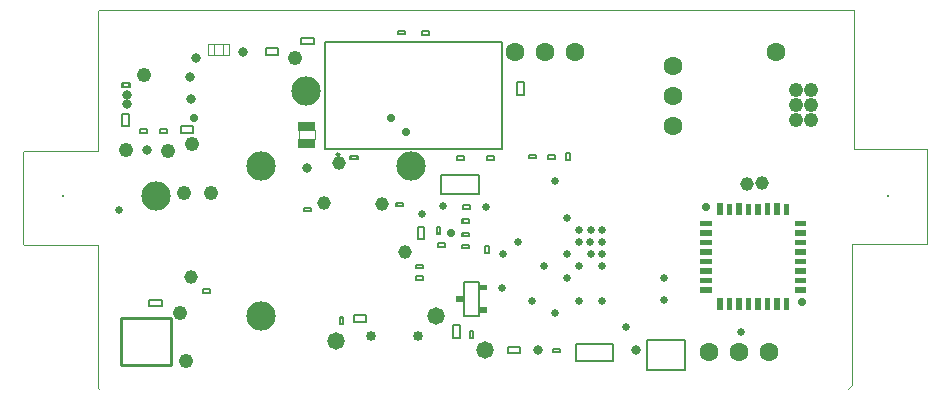
<source format=gbs>
G04 Layer_Color=16711935*
%FSLAX24Y24*%
%MOIN*%
G70*
G01*
G75*
%ADD40C,0.0060*%
%ADD41C,0.0100*%
%ADD45C,0.0080*%
%ADD46C,0.0094*%
%ADD47C,0.0050*%
%ADD48C,0.0040*%
%ADD49C,0.0010*%
%ADD50C,0.0000*%
%ADD112C,0.0980*%
%ADD113C,0.0080*%
%ADD114C,0.0336*%
%ADD115C,0.0580*%
%ADD116C,0.0630*%
%ADD117C,0.0480*%
%ADD118C,0.0330*%
%ADD119C,0.0460*%
%ADD120C,0.0260*%
%ADD121C,0.0280*%
G36*
X-14311Y4081D02*
X-14351D01*
Y4160D01*
X-14311D01*
Y4081D01*
D02*
G37*
G36*
X-14509D02*
X-14548D01*
Y4160D01*
X-14509D01*
Y4081D01*
D02*
G37*
G36*
X-4690Y4193D02*
X-5084D01*
Y4372D01*
X-4690D01*
Y4193D01*
D02*
G37*
G36*
Y4507D02*
X-5084D01*
Y4688D01*
X-4690D01*
Y4507D01*
D02*
G37*
G36*
X-1540Y4193D02*
X-1929D01*
Y4372D01*
X-1540D01*
Y4193D01*
D02*
G37*
G36*
X-14519Y3701D02*
X-14558D01*
Y3780D01*
X-14519D01*
Y3701D01*
D02*
G37*
G36*
X-1540Y3563D02*
X-1927D01*
Y3741D01*
X-1540D01*
Y3563D01*
D02*
G37*
G36*
X-14321Y3701D02*
X-14361D01*
Y3780D01*
X-14321D01*
Y3701D01*
D02*
G37*
G36*
X-1540Y3878D02*
X-1926D01*
Y4057D01*
X-1540D01*
Y3878D01*
D02*
G37*
G36*
X-4690D02*
X-5084D01*
Y4057D01*
X-4690D01*
Y3878D01*
D02*
G37*
G36*
X-1540Y4507D02*
X-1925D01*
Y4688D01*
X-1540D01*
Y4507D01*
D02*
G37*
G36*
X-4690Y4822D02*
X-5085D01*
Y5004D01*
X-4690D01*
Y4822D01*
D02*
G37*
G36*
X-13582Y4790D02*
X-13621D01*
Y4869D01*
X-13582D01*
Y4790D01*
D02*
G37*
G36*
X-1540Y4822D02*
X-1929D01*
Y5003D01*
X-1540D01*
Y4822D01*
D02*
G37*
G36*
Y5137D02*
X-1927D01*
Y5319D01*
X-1540D01*
Y5137D01*
D02*
G37*
G36*
X-4690D02*
X-5083D01*
Y5318D01*
X-4690D01*
Y5137D01*
D02*
G37*
G36*
X-12989Y4741D02*
X-13028D01*
Y4820D01*
X-12989D01*
Y4741D01*
D02*
G37*
G36*
X-12141Y4552D02*
X-12220D01*
Y4591D01*
X-12141D01*
Y4552D01*
D02*
G37*
G36*
X-12791Y4741D02*
X-12831D01*
Y4820D01*
X-12791D01*
Y4741D01*
D02*
G37*
G36*
X-13779Y4790D02*
X-13819D01*
Y4869D01*
X-13779D01*
Y4790D01*
D02*
G37*
G36*
X-12141Y4749D02*
X-12220D01*
Y4789D01*
X-12141D01*
Y4749D01*
D02*
G37*
G36*
X-4690Y3563D02*
X-5085D01*
Y3741D01*
X-4690D01*
Y3563D01*
D02*
G37*
G36*
X-12192Y2573D02*
X-12423D01*
Y2754D01*
X-12192D01*
Y2573D01*
D02*
G37*
G36*
X-17001Y2379D02*
X-17080D01*
Y2419D01*
X-17001D01*
Y2379D01*
D02*
G37*
G36*
X-4322Y2670D02*
X-4503D01*
Y3059D01*
X-4322D01*
Y2670D01*
D02*
G37*
G36*
X-3692D02*
X-3874D01*
Y3056D01*
X-3692D01*
Y2670D01*
D02*
G37*
G36*
X-4007D02*
X-4190D01*
Y3056D01*
X-4007D01*
Y2670D01*
D02*
G37*
G36*
X-9742Y1280D02*
X-9781D01*
Y1359D01*
X-9742D01*
Y1280D01*
D02*
G37*
G36*
X-9939Y1280D02*
X-9979D01*
Y1359D01*
X-9939D01*
Y1280D01*
D02*
G37*
G36*
X-12661Y1722D02*
X-12740D01*
Y1761D01*
X-12661D01*
Y1722D01*
D02*
G37*
G36*
X-17001Y2182D02*
X-17080D01*
Y2221D01*
X-17001D01*
Y2182D01*
D02*
G37*
G36*
X-12661Y1919D02*
X-12740D01*
Y1958D01*
X-12661D01*
Y1919D01*
D02*
G37*
G36*
X-3377Y2670D02*
X-3558D01*
Y3056D01*
X-3377D01*
Y2670D01*
D02*
G37*
G36*
X-1540Y3248D02*
X-1926D01*
Y3425D01*
X-1540D01*
Y3248D01*
D02*
G37*
G36*
X-4690D02*
X-5086D01*
Y3424D01*
X-4690D01*
Y3248D01*
D02*
G37*
G36*
X-21609Y3261D02*
X-21648D01*
Y3340D01*
X-21609D01*
Y3261D01*
D02*
G37*
G36*
X-12192Y3315D02*
X-12423D01*
Y3494D01*
X-12192D01*
Y3315D01*
D02*
G37*
G36*
X-21412Y3261D02*
X-21451D01*
Y3340D01*
X-21412D01*
Y3261D01*
D02*
G37*
G36*
X-2748Y2670D02*
X-2927D01*
Y3056D01*
X-2748D01*
Y2670D01*
D02*
G37*
G36*
X-3063D02*
X-3242D01*
Y3057D01*
X-3063D01*
Y2670D01*
D02*
G37*
G36*
X-2433D02*
X-2611D01*
Y3057D01*
X-2433D01*
Y2670D01*
D02*
G37*
G36*
X-12983Y2944D02*
X-12984D01*
Y2944D01*
X-12984D01*
Y2944D01*
X-12984D01*
Y2944D01*
X-12984D01*
Y2944D01*
X-12984D01*
Y2944D01*
X-13213D01*
Y2944D01*
Y2944D01*
Y2944D01*
Y3124D01*
X-12983D01*
Y2944D01*
D02*
G37*
G36*
X-2118Y2670D02*
X-2295D01*
Y3056D01*
X-2118D01*
Y2670D01*
D02*
G37*
G36*
X-12969Y5141D02*
X-13008D01*
Y5220D01*
X-12969D01*
Y5141D01*
D02*
G37*
G36*
X-9909Y7731D02*
X-9948D01*
Y7810D01*
X-9909D01*
Y7731D01*
D02*
G37*
G36*
X-10106D02*
X-10145D01*
Y7810D01*
X-10106D01*
Y7731D01*
D02*
G37*
G36*
X-10746Y7741D02*
X-10785D01*
Y7820D01*
X-10746D01*
Y7741D01*
D02*
G37*
G36*
X-17904Y8075D02*
X-18476D01*
Y8370D01*
X-17904D01*
Y8075D01*
D02*
G37*
G36*
X-10549Y7741D02*
X-10588D01*
Y7820D01*
X-10549D01*
Y7741D01*
D02*
G37*
G36*
X-12952Y7700D02*
X-12991D01*
Y7779D01*
X-12952D01*
Y7700D01*
D02*
G37*
G36*
X-12146Y7700D02*
X-12186D01*
Y7779D01*
X-12146D01*
Y7700D01*
D02*
G37*
G36*
X-11949Y7700D02*
X-11988D01*
Y7779D01*
X-11949D01*
Y7700D01*
D02*
G37*
G36*
X-16502Y7710D02*
X-16541D01*
Y7789D01*
X-16502D01*
Y7710D01*
D02*
G37*
G36*
X-16698Y7710D02*
X-16738D01*
Y7789D01*
X-16698D01*
Y7710D01*
D02*
G37*
G36*
X-23719Y8601D02*
X-23758D01*
Y8680D01*
X-23719D01*
Y8601D01*
D02*
G37*
G36*
X-14319Y11861D02*
X-14358D01*
Y11940D01*
X-14319D01*
Y11861D01*
D02*
G37*
G36*
X-24102Y10121D02*
X-24141D01*
Y10200D01*
X-24102D01*
Y10121D01*
D02*
G37*
G36*
X-14121Y11861D02*
X-14161D01*
Y11940D01*
X-14121D01*
Y11861D01*
D02*
G37*
G36*
X-14912Y11870D02*
X-14951D01*
Y11949D01*
X-14912D01*
Y11870D01*
D02*
G37*
G36*
X-15109Y11870D02*
X-15149D01*
Y11949D01*
X-15109D01*
Y11870D01*
D02*
G37*
G36*
X-23049Y8601D02*
X-23088D01*
Y8680D01*
X-23049D01*
Y8601D01*
D02*
G37*
G36*
X-23522D02*
X-23561D01*
Y8680D01*
X-23522D01*
Y8601D01*
D02*
G37*
G36*
X-22851D02*
X-22891D01*
Y8680D01*
X-22851D01*
Y8601D01*
D02*
G37*
G36*
X-24299Y10121D02*
X-24338D01*
Y10200D01*
X-24299D01*
Y10121D01*
D02*
G37*
G36*
X-17904Y8645D02*
X-18475D01*
Y8940D01*
X-17904D01*
Y8645D01*
D02*
G37*
G36*
X-13149Y7700D02*
X-13189D01*
Y7779D01*
X-13149D01*
Y7700D01*
D02*
G37*
G36*
X-12772Y5601D02*
X-12811D01*
Y5680D01*
X-12772D01*
Y5601D01*
D02*
G37*
G36*
X-12969D02*
X-13008D01*
Y5680D01*
X-12969D01*
Y5601D01*
D02*
G37*
G36*
X-4322Y5820D02*
X-4506D01*
Y6215D01*
X-4322D01*
Y5820D01*
D02*
G37*
G36*
X-3692D02*
X-3874D01*
Y6215D01*
X-3692D01*
Y5820D01*
D02*
G37*
G36*
X-4007D02*
X-4189D01*
Y6213D01*
X-4007D01*
Y5820D01*
D02*
G37*
G36*
X-13771Y5212D02*
X-13850D01*
Y5251D01*
X-13771D01*
Y5212D01*
D02*
G37*
G36*
X-12771Y5141D02*
X-12811D01*
Y5220D01*
X-12771D01*
Y5141D01*
D02*
G37*
G36*
X-13771Y5409D02*
X-13850D01*
Y5449D01*
X-13771D01*
Y5409D01*
D02*
G37*
G36*
X-1540Y5452D02*
X-1927D01*
Y5635D01*
X-1540D01*
Y5452D01*
D02*
G37*
G36*
X-4690D02*
X-5086D01*
Y5636D01*
X-4690D01*
Y5452D01*
D02*
G37*
G36*
X-3377Y5820D02*
X-3558D01*
Y6214D01*
X-3377D01*
Y5820D01*
D02*
G37*
G36*
X-12959Y6061D02*
X-12998D01*
Y6140D01*
X-12959D01*
Y6061D01*
D02*
G37*
G36*
X-18052Y5980D02*
X-18091D01*
Y6059D01*
X-18052D01*
Y5980D01*
D02*
G37*
G36*
X-12761Y6061D02*
X-12801D01*
Y6140D01*
X-12761D01*
Y6061D01*
D02*
G37*
G36*
X-14972Y6141D02*
X-15012D01*
Y6220D01*
X-14972D01*
Y6141D01*
D02*
G37*
G36*
X-15169D02*
X-15208D01*
Y6220D01*
X-15169D01*
Y6141D01*
D02*
G37*
G36*
X-2748Y5820D02*
X-2927D01*
Y6215D01*
X-2748D01*
Y5820D01*
D02*
G37*
G36*
X-3063D02*
X-3242D01*
Y6213D01*
X-3063D01*
Y5820D01*
D02*
G37*
G36*
X-2433D02*
X-2611D01*
Y6216D01*
X-2433D01*
Y5820D01*
D02*
G37*
G36*
X-18249Y5980D02*
X-18289D01*
Y6059D01*
X-18249D01*
Y5980D01*
D02*
G37*
G36*
X-2118Y5820D02*
X-2297D01*
Y6211D01*
X-2118D01*
Y5820D01*
D02*
G37*
D40*
X-12963Y2474D02*
Y3594D01*
Y2474D02*
X-12443D01*
Y3594D01*
X-12963D02*
X-12443D01*
D41*
X-24394Y2397D02*
X-22720D01*
X-24394Y823D02*
Y2397D01*
Y823D02*
X-22720D01*
Y2397D01*
D45*
X-9558Y7909D02*
X-9420D01*
X-9558Y7653D02*
Y7909D01*
Y7653D02*
X-9420D01*
Y7909D01*
D46*
X-17112Y7851D02*
G03*
X-17112Y7851I-47J0D01*
G01*
D47*
X-18379Y11520D02*
Y11740D01*
X-17961D01*
Y11520D02*
Y11740D01*
X-18379Y11520D02*
X-17961D01*
X-11170Y9831D02*
X-10950D01*
X-11170D02*
Y10249D01*
X-10950D01*
Y9831D02*
Y10249D01*
X-12772Y5581D02*
Y5699D01*
X-13008D02*
X-12772D01*
X-13008Y5581D02*
Y5699D01*
Y5581D02*
X-12772D01*
X-12759Y1958D02*
X-12641D01*
X-12759Y1722D02*
Y1958D01*
Y1722D02*
X-12641D01*
Y1958D01*
X-14490Y5438D02*
X-14270D01*
Y5021D02*
Y5438D01*
X-14490Y5021D02*
X-14270D01*
X-14490D02*
Y5438D01*
X-12792Y4721D02*
Y4839D01*
X-13028D02*
X-12792D01*
X-13028Y4721D02*
Y4839D01*
Y4721D02*
X-12792D01*
X-13008Y5121D02*
X-12772D01*
X-13008D02*
Y5239D01*
X-12772D01*
Y5121D02*
Y5239D01*
X-16981Y2182D02*
Y2418D01*
X-17099Y2182D02*
X-16981D01*
X-17099D02*
Y2418D01*
X-16981D01*
X-16629Y2490D02*
X-16212D01*
X-16629Y2270D02*
Y2490D01*
Y2270D02*
X-16212D01*
Y2490D01*
X-24102Y10101D02*
Y10219D01*
X-24338D02*
X-24102D01*
X-24338Y10101D02*
Y10219D01*
Y10101D02*
X-24102D01*
X-24340Y8791D02*
X-24120D01*
X-24340D02*
Y9209D01*
X-24120D01*
Y8791D02*
Y9209D01*
X-23088Y8581D02*
X-22852D01*
X-23088D02*
Y8699D01*
X-22852D01*
Y8581D02*
Y8699D01*
X-23758Y8581D02*
X-23522D01*
X-23758D02*
Y8699D01*
X-23522D01*
Y8581D02*
Y8699D01*
X-19558Y11170D02*
X-19141D01*
Y11390D01*
X-19558D02*
X-19141D01*
X-19558Y11170D02*
Y11390D01*
X-22399Y8790D02*
X-21981D01*
X-22399Y8570D02*
Y8790D01*
Y8570D02*
X-21981D01*
Y8790D01*
X-15148Y11969D02*
X-14912D01*
Y11851D02*
Y11969D01*
X-15148Y11851D02*
X-14912D01*
X-15148D02*
Y11969D01*
X-16738Y7691D02*
Y7809D01*
Y7691D02*
X-16502D01*
Y7809D01*
X-16738D02*
X-16502D01*
X-13188Y7681D02*
Y7799D01*
Y7681D02*
X-12952D01*
Y7799D01*
X-13188D02*
X-12952D01*
X-23448Y2790D02*
X-23031D01*
Y3010D01*
X-23448D02*
X-23031D01*
X-23448Y2790D02*
Y3010D01*
X-17593Y8048D02*
Y11592D01*
X-11687D01*
Y8048D02*
Y11592D01*
X-17593Y8048D02*
X-11687D01*
X-14358Y11841D02*
X-14122D01*
X-14358D02*
Y11959D01*
X-14122D01*
Y11841D02*
Y11959D01*
X-11498Y1220D02*
X-11081D01*
Y1440D01*
X-11498D02*
X-11081D01*
X-11498Y1220D02*
Y1440D01*
X-12185Y7799D02*
X-11949D01*
Y7681D02*
Y7799D01*
X-12185Y7681D02*
X-11949D01*
X-12185D02*
Y7799D01*
X-13751Y5212D02*
Y5448D01*
X-13869Y5212D02*
X-13751D01*
X-13869D02*
Y5448D01*
X-13751D01*
X-13320Y1741D02*
X-13100D01*
X-13320D02*
Y2159D01*
X-13100D01*
Y1741D02*
Y2159D01*
X-12762Y6041D02*
Y6159D01*
X-12998D02*
X-12762D01*
X-12998Y6041D02*
Y6159D01*
Y6041D02*
X-12762D01*
X-13818Y4771D02*
Y4889D01*
Y4771D02*
X-13582D01*
Y4889D01*
X-13818D02*
X-13582D01*
X-21412Y3241D02*
Y3359D01*
X-21648D02*
X-21412D01*
X-21648Y3241D02*
Y3359D01*
Y3241D02*
X-21412D01*
X-14558Y3681D02*
X-14322D01*
X-14558D02*
Y3799D01*
X-14322D01*
Y3681D02*
Y3799D01*
X-14548Y4061D02*
X-14312D01*
X-14548D02*
Y4179D01*
X-14312D01*
Y4061D02*
Y4179D01*
X-9978Y1261D02*
Y1379D01*
Y1261D02*
X-9742D01*
Y1379D01*
X-9978D02*
X-9742D01*
X-9909Y7711D02*
Y7829D01*
X-10145D02*
X-9909D01*
X-10145Y7711D02*
Y7829D01*
Y7711D02*
X-9909D01*
X-9232Y1545D02*
X-7972D01*
Y955D02*
Y1545D01*
X-9232Y955D02*
X-7972D01*
X-9232D02*
Y1545D01*
X-18288Y5961D02*
Y6079D01*
Y5961D02*
X-18052D01*
Y6079D01*
X-18288D02*
X-18052D01*
X-14972Y6121D02*
Y6239D01*
X-15208D02*
X-14972D01*
X-15208Y6121D02*
Y6239D01*
Y6121D02*
X-14972D01*
X-13715Y6525D02*
Y7155D01*
Y6525D02*
X-12455D01*
Y7155D01*
X-13715D02*
X-12455D01*
X-10785Y7721D02*
X-10549D01*
X-10785D02*
Y7839D01*
X-10549D01*
Y7721D02*
Y7839D01*
X-6840Y668D02*
X-5580D01*
X-6840D02*
Y1652D01*
X-5580D01*
Y668D02*
Y1652D01*
X-12239Y4788D02*
X-12121D01*
X-12239Y4552D02*
Y4788D01*
Y4552D02*
X-12121D01*
Y4788D01*
D48*
X-18450Y8360D02*
Y8650D01*
X-17930Y8360D02*
Y8660D01*
D49*
X-27610Y4820D02*
X-25160D01*
Y70D02*
Y4820D01*
X-10Y4870D02*
X2490D01*
Y8020D01*
X40D02*
X2490D01*
X40D02*
Y12670D01*
X-27660Y4870D02*
X-27610Y4820D01*
X-27660Y4870D02*
Y7930D01*
X-27620Y7970D01*
X-25190D01*
X-25160D01*
Y12620D01*
X-25110Y12670D02*
X40D01*
X-10Y170D02*
Y4870D01*
X-160Y20D02*
X-10Y170D01*
X-25160Y70D02*
X-25110Y20D01*
X-25160Y12620D02*
X-25110Y12670D01*
D50*
X-21290Y11160D02*
Y11540D01*
X-21480D02*
X-21290D01*
X-21480Y11160D02*
X-21290D01*
X-20990D02*
Y11540D01*
Y11160D02*
X-20800D01*
X-20990Y11540D02*
X-20800D01*
X-21290Y11160D02*
X-20990D01*
X-20800D02*
Y11540D01*
X-21290D02*
X-20990D01*
X-21480Y11160D02*
Y11540D01*
D112*
X-19710Y7460D02*
D03*
X-23210Y6460D02*
D03*
X-19710Y2460D02*
D03*
X-18210Y9960D02*
D03*
X-14710Y7460D02*
D03*
D113*
X-26320Y6460D02*
D03*
X1180D02*
D03*
D114*
X-16067Y1806D02*
D03*
X-14493D02*
D03*
D115*
X-12250Y1340D02*
D03*
X-13880Y2480D02*
D03*
X-17210Y1640D02*
D03*
D116*
X-11250Y11250D02*
D03*
X-10250D02*
D03*
X-9250D02*
D03*
X-6000Y10800D02*
D03*
Y9800D02*
D03*
Y8800D02*
D03*
X-4800Y1250D02*
D03*
X-3800D02*
D03*
X-2550Y11250D02*
D03*
X-2800Y1250D02*
D03*
D117*
X-1900Y10000D02*
D03*
X-1400D02*
D03*
Y9500D02*
D03*
Y9000D02*
D03*
X-1900D02*
D03*
Y9500D02*
D03*
X-18570Y11080D02*
D03*
X-21380Y6570D02*
D03*
X-24220Y8010D02*
D03*
X-22830Y7980D02*
D03*
X-22280Y6570D02*
D03*
X-22430Y2560D02*
D03*
X-22230Y970D02*
D03*
X-22010Y8190D02*
D03*
X-23610Y10510D02*
D03*
D118*
X-18200Y7400D02*
D03*
X-10490Y1330D02*
D03*
X-7220D02*
D03*
X-23510Y7990D02*
D03*
X-22090Y10420D02*
D03*
X-24170Y9520D02*
D03*
Y9830D02*
D03*
X-21880Y11070D02*
D03*
X-20320Y11280D02*
D03*
X-22043Y9683D02*
D03*
D119*
X-17630Y6240D02*
D03*
X-15700Y6190D02*
D03*
X-14930Y4600D02*
D03*
X-17110Y7550D02*
D03*
X-3510Y6880D02*
D03*
X-3010Y6890D02*
D03*
X-22050Y3770D02*
D03*
D120*
X-14360Y5870D02*
D03*
X-9930Y6970D02*
D03*
X-13640Y6140D02*
D03*
X-11698Y3408D02*
D03*
X-12230Y6110D02*
D03*
X-9130Y2960D02*
D03*
X-11660Y4530D02*
D03*
X-9510Y4525D02*
D03*
X-9530Y3731D02*
D03*
X-10300Y4140D02*
D03*
X-10700Y2960D02*
D03*
X-9120Y4140D02*
D03*
X-8340Y4130D02*
D03*
Y4540D02*
D03*
X-8730Y4530D02*
D03*
X-11150Y4920D02*
D03*
X-8340Y4930D02*
D03*
X-8740Y4940D02*
D03*
X-9130Y4930D02*
D03*
X-8340Y5320D02*
D03*
X-8730D02*
D03*
X-9120D02*
D03*
X-9910Y2560D02*
D03*
X-6300Y3000D02*
D03*
X-7550Y2110D02*
D03*
X-8340Y2950D02*
D03*
X-6280Y3716D02*
D03*
X-3730Y1930D02*
D03*
X-24460Y6000D02*
D03*
X-9520Y5730D02*
D03*
D121*
X-14870Y8600D02*
D03*
X-4880Y6090D02*
D03*
X-1700Y2940D02*
D03*
X-15400Y9050D02*
D03*
X-21960Y9070D02*
D03*
X-13380Y5220D02*
D03*
M02*

</source>
